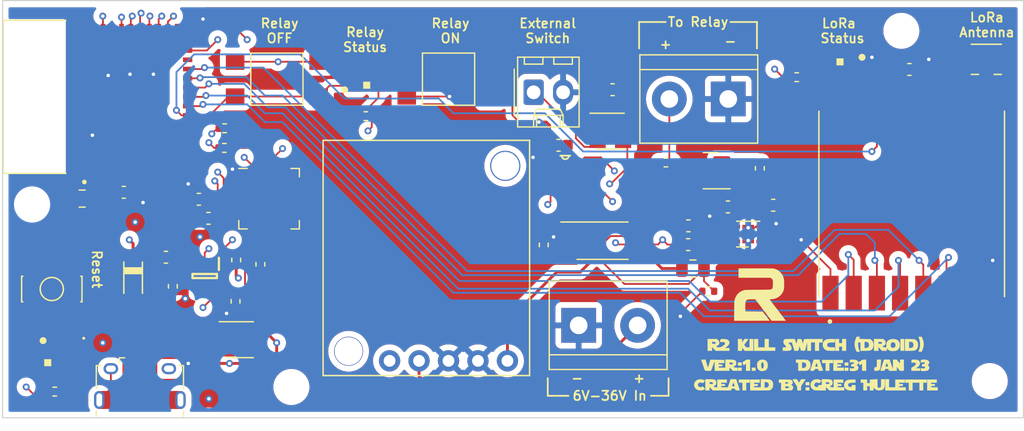
<source format=kicad_pcb>
(kicad_pcb (version 20211014) (generator pcbnew)
  (title_block (title "Kill Switch - Remote") (date "2023-01-18") (rev "1.0") (company "Created by: Greg Hulette") (comment 1 "- Creates WiFi Network for Remote Web Access") (comment 2 "- WiFi to LoRa Bridge") (comment 3 "- Buttons for Master Relay"))
  (layers (0 "F.Cu" signal) (1 "In1.Cu" signal) (2 "In2.Cu" signal) (31 "B.Cu" signal) (34 "B.Paste" user) (35 "F.Paste" user) (36 "B.SilkS" user "B.Silkscreen") (37 "F.SilkS" user "F.Silkscreen") (38 "B.Mask" user) (39 "F.Mask" user) (44 "Edge.Cuts" user))
  (net 0 "")
  (net 1 "+3V3")
  (net 2 "GND")
  (net 3 "RESET")
  (net 4 "Net-(C6-Pad2)")
  (net 5 "VBUS")
  (net 6 "+5V")
  (net 7 "Net-(D1-PadA)")
  (net 8 "USB_DP")
  (net 9 "USB_DN")
  (net 10 "Net-(J5-Pad2)")
  (net 12 "unconnected-(J1-Pad6)")
  (net 13 "RELAY_CONTROL")
  (net 14 "Net-(J3-Pad2)")
  (net 16 "Net-(L1-Pad3)")
  (net 18 "Net-(L2-Pad3)")
  (net 20 "Net-(L3-Pad3)")
  (net 21 "DTR")
  (net 22 "RTS")
  (net 23 "GPIO0")
  (net 24 "Net-(R2-Pad1)")
  (net 25 "RXD0")
  (net 26 "Net-(R3-Pad1)")
  (net 27 "TXD0")
  (net 28 "Net-(R4-Pad2)")
  (net 29 "Net-(R6-Pad1)")
  (net 30 "Net-(R9-Pad1)")
  (net 31 "RELAY_LED_DATA")
  (net 32 "EXT_SW_OUT")
  (net 35 "VIN")
  (net 36 "STATUS_LED_DATA")
  (net 46 "DI0_LORA")
  (net 47 "RESET_LORA")
  (net 48 "SCK_LORA")
  (net 49 "MISO_LORA")
  (net 50 "MOSI_LORA")
  (net 51 "NSS_LORA")
  (net 54 "OFF_SW_OUT")
  (net 55 "ON_SW_OUT")
  (net 81 "LORA_LED_DATA")
  (net 83 "Net-(S2-Pad1)")
  (net 84 "Net-(S3-Pad1)")
  (net 85 "Net-(J4-Pad1)")
  (footprint "Resistor_SMD:R_0402_1005Metric" (layer "F.Cu") (at 51.142 63.02 180)
    (fp_text reference "R3")
    (fp_text value "1K" hide)
  )
  (footprint "Resistor_SMD:R_0402_1005Metric" (layer "F.Cu") (at 100.454 58.61 180)
    (fp_text reference "R14")
    (fp_text value "470" hide)
  )
  (footprint "Capacitor_SMD:C_0603_1608Metric" (layer "F.Cu") (at 46.082 74.148 180)
    (fp_text reference "C3")
    (fp_text value ".1uF" hide)
  )
  (footprint "Resistor_SMD:R_0402_1005Metric" (layer "F.Cu") (at 52.082 77.952 -90)
    (fp_text reference "R5")
    (fp_text value "47.5K" hide)
  )
  (footprint "Resistor_SMD:R_0402_1005Metric" (layer "F.Cu") (at 97.274 66.478 90)
    (fp_text reference "R7")
    (fp_text value "10K" hide)
  )
  (footprint "Package_SO:TSSOP-8_4.4x3mm_P0.65mm" (layer "F.Cu") (at 83.718 72.722)
    (fp_text reference "U4")
    (fp_text value "TPS2115APW" hide)
  )
  (footprint "Package_SON:WSON-6-1EP_2x2mm_P0.65mm_EP1x1.6mm_ThermalVias" (layer "F.Cu") (at 96.272 72.152 180)
    (fp_text reference "U3")
    (fp_text value "LP5912-3.3DRV" hide)
  )
  (footprint "Package_TO_SOT_SMD:SOT-23" (layer "F.Cu") (at 93.048 66.682 180)
    (fp_text reference "Q3")
    (fp_text value "BSS138" hide)
  )
  (footprint "Capacitor_SMD:C_0603_1608Metric" (layer "F.Cu") (at 48.92 69.146 180)
    (fp_text reference "C5")
    (fp_text value ".1uF" hide)
  )
  (footprint "Resistor_SMD:R_0402_1005Metric" (layer "F.Cu") (at 46.678 76.66 90)
    (fp_text reference "R1")
    (fp_text value "10K" hide)
  )
  (footprint "Resistor_SMD:R_0402_1005Metric" (layer "F.Cu") (at 92.832 77.086 180)
    (fp_text reference "R10")
    (fp_text value "400" hide)
  )
  (footprint "Package_DFN_QFN:QFN-28-1EP_5x5mm_P0.5mm_EP3.35x3.35mm" (layer "F.Cu") (at 54.974 69.098)
    (fp_text reference "U2")
    (fp_text value "CP2102N-A02-GQFN28" hide)
  )
  (footprint "Custom:TL3305CF260QG" (layer "F.Cu") (at 55.647 58.779)
    (fp_text reference "S3")
    (fp_text value "TL3305CF260QG" hide)
  )
  (footprint "Custom:HRS_U.FL-R-SMT-1(10)" (layer "F.Cu") (at 116.798 57.072)
    (fp_text reference "J3")
    (fp_text value "U.FL-R-SMT-1(10)" hide)
  )
  (footprint "MountingHole:MountingHole_2.1mm" (layer "F.Cu") (at 109.474 54.61)
    (fp_text reference "REF**" hide)
    (fp_text value "MountingHole_2.1mm" hide)
  )
  (footprint "Custom:MODULE_ESP32-PICO-MINI-02" (layer "F.Cu") (at 43.055 60.308 90)
    (fp_text reference "U1")
    (fp_text value "ESP32-PICO-MINI-02" hide)
  )
  (footprint "Capacitor_SMD:C_0603_1608Metric" (layer "F.Cu") (at 91.116 71.438)
    (fp_text reference "C9")
    (fp_text value ".1uF" hide)
  )
  (footprint "Resistor_SMD:R_0402_1005Metric" (layer "F.Cu") (at 63.314 61.974)
    (fp_text reference "R17")
    (fp_text value "470" hide)
  )
  (footprint "Custom:SOT65P230X110-6N" (layer "F.Cu") (at 49.423 75.77 -90)
    (fp_text reference "Q2")
    (fp_text value "UMH3N" hide)
  )
  (footprint "Package_TO_SOT_SMD:SOT-143" (layer "F.Cu") (at 52.424 81.264)
    (fp_text reference "D2")
    (fp_text value "SP0503BAHTG" hide)
  )
  (footprint "Custom:SOT95P280X145-6N" (layer "F.Cu") (at 80.5054 66.8818)
    (fp_text reference "U6")
    (fp_text value "MAX6817EUT+T" hide)
  )
  (footprint "Package_TO_SOT_SMD:SOT-143" (layer "F.Cu") (at 84.39 63.272)
    (fp_text reference "U8")
    (fp_text value "MAX6816" hide)
  )
  (footprint "Capacitor_SMD:C_0603_1608Metric" (layer "F.Cu") (at 94.526 69.808)
    (fp_text reference "C6")
    (fp_text value "1uF" hide)
  )
  (footprint "Custom:TL3305CF260QG" (layer "F.Cu") (at 70.441332 58.779)
    (fp_text reference "S2")
    (fp_text value "TL3305CF260QG" hide)
  )
  (footprint "Capacitor_SMD:C_0603_1608Metric" (layer "F.Cu") (at 91.096 73.058)
    (fp_text reference "C12")
    (fp_text value ".1uF" hide)
  )
  (footprint "Custom:SW_TL3342F160QG" (layer "F.Cu") (at 36.2445 76.8905 90)
    (fp_text reference "S1")
    (fp_text value "TL3342F160QG" hide)
  )
  (footprint "Capacitor_SMD:C_0603_1608Metric" (layer "F.Cu") (at 84.582 59.69)
    (fp_text reference "C13")
    (fp_text value ".1uF" hide)
  )
  (footprint "MountingHole:MountingHole_2.1mm" (layer "F.Cu") (at 34.544 69.596)
    (fp_text reference "REF**" hide)
    (fp_text value "MountingHole_2.1mm" hide)
  )
  (footprint "Capacitor_SMD:C_0805_2012Metric" (layer "F.Cu") (at 91.512 75.122)
    (fp_text reference "C8")
    (fp_text value "10uF" hide)
  )
  (footprint "TerminalBlock:TerminalBlock_bornier-2_P5.08mm" (layer "F.Cu") (at 81.66 80.028)
    (fp_text reference "J2")
    (fp_text value "Power In" hide)
  )
  (footprint "Resistor_SMD:R_0402_1005Metric" (layer "F.Cu") (at 36.496 85.742)
    (fp_text reference "R16")
    (fp_text value "470" hide)
  )
  (footprint "Resistor_SMD:R_0402_1005Metric" (layer "F.Cu") (at 52.14 74.388 90)
    (fp_text reference "R4")
    (fp_text value "22.1K" hide)
  )
  (footprint "Capacitor_SMD:C_0603_1608Metric" (layer "F.Cu") (at 49.746 70.792 180)
    (fp_text reference "C4")
    (fp_text value "4.7uF" hide)
  )
  (footprint "Capacitor_SMD:C_0805_2012Metric" (layer "F.Cu") (at 38.862 69.088 180)
    (fp_text reference "C1")
    (fp_text value "10uF" hide)
  )
  (footprint "Resistor_SMD:R_0402_1005Metric" (layer "F.Cu") (at 78.648 73.084 90)
    (fp_text reference "R9")
    (fp_text value "400" hide)
  )
  (footprint "TerminalBlock:TerminalBlock_bornier-2_P5.08mm" (layer "F.Cu") (at 94.554 60.494 180)
    (fp_text reference "J5")
    (fp_text value "Output" hide)
  )
  (footprint "Capacitor_SMD:C_0603_1608Metric" (layer "F.Cu") (at 79.922 64.488)
    (fp_text reference "C11")
    (fp_text value ".1uF" hide)
  )
  (footprint "Custom:RFM95W-915S2" (layer "F.Cu") (at 110.365 69.546 90)
    (fp_text reference "U5")
    (fp_text value "RFM95W-915S2" hide)
  )
  (footprint "Custom:WS2812B-2020" (layer "F.Cu") (at 104.185 57.891)
    (fp_text reference "L1")
    (fp_text value "WS2812B-2020" hide)
  )
  (footprint "MountingHole:MountingHole_2.1mm" (layer "F.Cu") (at 117.094 84.836)
    (fp_text reference "REF**" hide)
    (fp_text value "MountingHole_2.1mm" hide)
  )
  (footprint "Capacitor_SMD:C_0603_1608Metric" (layer "F.Cu") (at 98.428 69.66 180)
    (fp_text reference "C7")
    (fp_text value "1uF" hide)
  )
  (footprint "Logos:DroidKillSwitchLogo" (layer "F.Cu") (at 102.108 83.312)
    (fp_text reference "G***")
    (fp_text value "LOGO" hide)
  )
  (footprint "Resistor_SMD:R_0402_1005Metric" (layer "F.Cu") (at 51.12 64.714 180)
    (fp_text reference "R2")
    (fp_text value "1K" hide)
  )
  (footprint "Resistor_SMD:R_0402_1005Metric" (layer "F.Cu") (at 89.178 65.972)
    (fp_text reference "R8")
    (fp_text value "10K" hide)
  )
  (footprint "Custom:SOD3716X135N" (layer "F.Cu") (at 43.2545 75.9125 -90)
    (fp_text reference "D1")
    (fp_text value "B5819W-TP" hide)
  )
  (footprint "MountingHole:MountingHole_2.1mm" (layer "F.Cu") (at 56.896 85.344)
    (fp_text reference "REF**" hide)
    (fp_text value "MountingHole_2.1mm" hide)
  )
  (footprint "Capacitor_SMD:C_0603_1608Metric" (layer "F.Cu") (at 42.452 68.546)
    (fp_text reference "C2")
    (fp_text value ".1uF" hide)
  )
  (footprint "Connector_USB:USB_Micro-B_Amphenol_10118194_Horizontal" (layer "F.Cu") (at 43.836 85.166)
    (fp_text reference "J1")
    (fp_text value "USB_B_Micro" hide)
  )
  (footprint "Resistor_SMD:R_0402_1005Metric" (layer "F.Cu") (at 54.224 74.758 -90)
    (fp_text reference "R6")
    (fp_text value "1K" hide)
  )
  (footprint "Custom:WS2812B-2020" (layer "F.Cu") (at 36.495 83.245 90)
    (fp_text reference "L2")
    (fp_text value "WS2812B-2020" hide)
  )
  (footprint "Pololu:VoltageREG_2851" (layer "F.Cu") (at 68.53 74.21 90)
    (fp_text reference "U7")
    (fp_text value "D24V550F5_Step_Down_Regulator" hide)
  )
  (footprint "Custom:WS2812B-2020" (layer "F.Cu") (at 63.386666 58.704 180)
    (fp_text reference "L3")
    (fp_text value "WS2812B-2020" hide)
  )
  (footprint "Connector_Molex:Molex_KK-254_AE-6410-02A_1x02_P2.54mm_Vertical" (layer "F.Cu") (at 77.776 59.914)
    (fp_text reference "J4")
    (fp_text value "External Switch In" hide)
  )
  (footprint "Logos:R2_Logo_V2" (layer "F.Cu") (at 97.282 77.724)
    (fp_text reference "G***")
    (fp_text value "LOGO" hide)
  )
  (footprint "Capacitor_SMD:C_0603_1608Metric" (layer "F.Cu") (at 110.166 57.946)
    (fp_text reference "C10")
    (fp_text value ".1uF" hide)
  )
  (gr_line (start 86.868 53.848) (end 89.154 53.848) (layer "F.SilkS") (width 0.15))
  (gr_line (start 86.868 56.134) (end 86.868 53.848) (layer "F.SilkS") (width 0.15))
  (gr_line (start 78.994 84.582) (end 78.994 86.106) (layer "F.SilkS") (width 0.15))
  (gr_line (start 87.884 86.106) (end 89.408 86.106) (layer "F.SilkS") (width 0.15))
  (gr_line (start 78.994 86.106) (end 80.772 86.106) (layer "F.SilkS") (width 0.15))
  (gr_line (start 89.408 86.106) (end 89.408 84.582) (layer "F.SilkS") (width 0.15))
  (gr_line (start 97.028 53.848) (end 97.028 56.134) (layer "F.SilkS") (width 0.15))
  (gr_line (start 94.742 53.848) (end 97.028 53.848) (layer "F.SilkS") (width 0.15))
  (gr_line (start 32 52) (end 120 52) (layer "Edge.Cuts") (width 0.1))
  (gr_line (start 120 88) (end 32 88) (layer "Edge.Cuts") (width 0.1))
  (gr_line (start 32 88) (end 32 52) (layer "Edge.Cuts") (width 0.1))
  (gr_line (start 120 52) (end 120 88) (layer "Edge.Cuts") (width 0.1))
  (gr_text "LoRa \nStatus" (at 104.394 54.61) (layer "F.SilkS") (effects (font (size 0.8 0.8))))
  (gr_text "To Relay" (at 91.948 53.848) (layer "F.SilkS") (effects (font (size 0.8 0.8))))
  (gr_text "6V-36V In" (at 84.328 86.106) (layer "F.SilkS") (effects (font (size 0.8 0.8))))
  (gr_text "-" (at 81.534 84.582) (layer "F.SilkS") (effects (font (size 0.8 0.8))))
  (gr_text "+" (at 89.154 55.88 180) (layer "F.SilkS") (effects (font (size 0.8 0.8))))
  (gr_text "LoRa\nAntenna" (at 116.84 54.102) (layer "F.SilkS") (effects (font (size 0.8 0.8))))
  (gr_text "-" (at 94.742 55.626 180) (layer "F.SilkS") (effects (font (size 0.8 0.8))))
  (gr_text "+" (at 86.868 84.582) (layer "F.SilkS") (effects (font (size 0.8 0.8))))
  (gr_text "Relay\nStatus" (at 63.246 55.372) (layer "F.SilkS") (effects (font (size 0.8 0.8))))
  (gr_text "Relay\nOFF" (at 55.88 54.61) (layer "F.SilkS") (effects (font (size 0.8 0.8))))
  (gr_text "External\nSwitch" (at 78.994 54.61) (layer "F.SilkS") (effects (font (size 0.8 0.8))))
  (gr_text "Relay\nON" (at 70.612 54.61) (layer "F.SilkS") (effects (font (size 0.8 0.8))))
  (gr_text "Reset" (at 40.132 75.184 270) (layer "F.SilkS") (effects (font (size 0.8 0.8))))
  (segment (start 52.524 70.598) (end 51.548 70.598) (width 0.25) (layer "F.Cu") (net 1))
  (segment (start 40.655 68.245) (end 39.812 69.088) (width 0.25) (layer "F.Cu") (net 1))
  (segment (start 51.548 70.598) (end 50.715 70.598) (width 0.25) (layer "F.Cu") (net 1))
  (segment (start 81.7754 66.8818) (end 80.865 66.8818) (width 0.25) (layer "F.Cu") (net 1))
  (segment (start 40.655 66.208) (end 40.655 68.245) (width 0.25) (layer "F.Cu") (net 1))
  (segment (start 51.81 70.098) (end 52.524 70.098) (width 0.25) (layer "F.Cu") (net 1))
  (segment (start 97.948 72.802) (end 98.298 73.152) (width 0.1524) (layer "F.Cu") (net 1))
  (segment (start 80.865 66.8818) (end 80.697 66.7138) (width 0.25) (layer "F.Cu") (net 1))
  (segment (start 40.655 66.208) (end 40.655 67.524) (width 0.25) (layer "F.Cu") (net 1))
  (segment (start 97.1595 72.802) (end 97.948 72.802) (width 0.1524) (layer "F.Cu") (net 1))
  (segment (start 40.655 67.524) (end 41.677 68.546) (width 0.25) (layer "F.Cu") (net 1))
  (segment (start 51.548 70.598) (end 51.548 70.36) (width 0.25) (layer "F.Cu") (net 1))
  (segment (start 51.302 70.098) (end 51.81 70.098) (width 0.25) (layer "F.Cu") (net 1))
  (segment (start 51.548 70.36) (end 51.81 70.098) (width 0.25) (layer "F.Cu") (net 1))
  (segment (start 80.865 66.8818) (end 80.518 67.2288) (width 0.25) (layer "F.Cu") (net 1))
  (segment (start 80.697 66.7138) (end 80.697 64.488) (width 0.25) (layer "F.Cu") (net 1))
  (segment (start 50.715 70.598) (end 50.521 70.792) (width 0.25) (layer "F.Cu") (net 1))
  (segment (start 80.518 67.2288) (end 80.518 68.326) (width 0.25) (layer "F.Cu") (net 1))
  (segment (start 49.695 69.146) (end 50.35 69.146) (width 0.25) (layer "F.Cu") (net 1))
  (segment (start 50.35 69.146) (end 51.302 70.098) (width 0.25) (layer "F.Cu") (net 1))
  (via (at 47.752 77.724) (size 0.6) (drill 0.3) (layers "F.Cu" "B.Cu") (net 1))
  (via (at 43.434 71.12) (size 0.6) (drill 0.3) (layers "F.Cu" "B.Cu") (net 1))
  (via (at 49.784 86.36) (size 0.6) (drill 0.3) (layers "F.Cu" "B.Cu") (net 1))
  (via (at 40.64 81.534) (size 0.6) (drill 0.3) (layers "F.Cu" "B.Cu") (net 1))
  (via (at 49.022 72.39) (size 0.6) (drill 0.3) (layers "F.Cu" "B.Cu") (net 1))
  (segment (start 117.365 74.439) (end 117.348 74.422) (width 0.1524) (layer "F.Cu") (net 2))
  (segment (start 48.005 67.819) (end 48.005 69.006) (width 0.25) (layer "F.Cu") (net 2))
  (segment (start 88.838 75.122) (end 90.562 75.122) (width 0.25) (layer "F.Cu") (net 2))
  (segment (start 118.273 56.043) (end 117.856 55.626) (width 0.1524) (layer "F.Cu") (net 2))
  (segment (start 78.325 66.8818) (end 77.724 66.2808) (width 0.25) (layer "F.Cu") (net 2))
  (segment (start 115.365 57.114) (end 115.323 57.072) (width 0.1524) (layer "F.Cu") (net 2))
  (segment (start 37.912 70.038) (end 37.912 69.088) (width 0.25) (layer "F.Cu") (net 2))
  (segment (start 100.838 72.644) (end 99.203 71.009) (width 0.1524) (layer "F.Cu") (net 2))
  (segment (start 91.871 73.229) (end 91.871 73.058) (width 0.25) (layer "F.Cu") (net 2))
  (segment (start 60.172 59.354) (end 62.371666 59.354) (width 0.1524) (layer "F.Cu") (net 2))
  (segment (start 90.424 79.248) (end 90.424 78.984) (width 0.1524) (layer "F.Cu") (net 2))
  (segment (start 96.922 71.502) (end 97.1595 71.502) (width 0.1524) (layer "F.Cu") (net 2))
  (segment (start 34.3445 73.6055) (end 37.912 70.038) (width 0.25) (layer "F.Cu") (net 2))
  (segment (start 83.583 59.914) (end 80.316 59.914) (width 0.25) (layer "F.Cu") (net 2))
  (segment (start 46.255 63.508) (end 45.005 62.258) (width 0.1524) (layer "F.Cu") (net 2))
  (segment (start 34.3445 80.7295) (end 34.3445 73.6055) (width 0.25) (layer "F.Cu") (net 2))
  (segment (start 51.816 68.268315) (end 51.816 66.548) (width 0.1524) (layer "F.Cu") (net 2))
  (segment (start 45.136 83.766) (end 45.136 83.291) (width 0.25) (layer "F.Cu") (net 2))
  (segment (start 103.365 77.246) (end 103.365 75.171) (width 0.1524) (layer "F.Cu") (net 2))
  (segment (start 45.623 82.804) (end 47.498 82.804) (width 0.25) (layer "F.Cu") (net 2))
  (segment (start 37.912 66.451) (end 38.105 66.258) (width 0.25) (layer "F.Cu") (net 2))
  (segment (start 45.307 74.148) (end 45.307 70.626) (width 0.25) (layer "F.Cu") (net 2))
  (segment (start 78.867 62.484) (end 78.232 62.484) (width 0.25) (layer "F.Cu") (net 2))
  (segment (start 37.912 69.088) (end 37.912 66.451) (width 0.25) (layer "F.Cu") (net 2))
  (segment (start 79.2354 66.8818) (end 78.325 66.8818) (width 0.25) (layer "F.Cu") (net 2))
  (segment (start 39.805 66.258) (end 39.855 66.208) (width 0.25) (layer "F.Cu") (net 2))
  (segment (start 98.679 71.247) (end 99.203 70.723) (width 0.1524) (layer "F.Cu") (net 2))
  (segment (start 52.145685 68.598) (end 51.816 68.268315) (width 0.1524) (layer "F.Cu") (net 2))
  (segment (start 93.751 69.808) (end 92.9555 70.6035) (width 0.1524) (layer "F.Cu") (net 2))
  (segment (start 51.324 79.01) (end 51.324 80.494) (width 0.25) (layer "F.Cu") (net 2))
  (segment (start 99.203 70.723) (end 99.203 69.66) (width 0.1524) (layer "F.Cu") (net 2))
  (segment (start 47.498 82.804) (end 48.006 83.312) (width 0.25) (layer "F.Cu") (net 2))
  (segment (start 103.365 75.171) (end 100.838 72.644) (width 0.1524) (layer "F.Cu") (net 2))
  (segment (start 47.955 63.508) (end 46.255 63.508) (width 0.1524) (layer "F.Cu") (net 2))
  (segment (start 48.252 63.508) (end 51.481 60.279) (width 0.1524) (layer "F.Cu") (net 2))
  (segment (start 59.247 60.279) (end 60.172 59.354) (width 0.1524) (layer "F.Cu") (net 2))
  (segment (start 38.105 54.358) (end 38.105 66.258) (width 0.25) (layer "F.Cu") (net 2))
  (segment (start 83.807 59.69) (end 83.583 59.914) (width 0.25) (layer "F.Cu") (net 2))
  (segment (start 52.047 60.279) (end 59.247 60.279) (width 0.1524) (layer "F.Cu") (net 2))
  (segment (start 115.365 61.846) (end 115.365 57.114) (width 0.1524) (layer "F.Cu") (net 2))
  (segment (start 39.055 66.208) (end 39.055 64.308) (width 0.25) (layer "F.Cu") (net 2))
  (segment (start 45.307 70.626) (end 44.1095 69.4285) (width 0.25) (layer "F.Cu") (net 2))
  (segment (start 35.845 82.23) (end 34.3445 80.7295) (width 0.25) (layer "F.Cu") (net 2))
  (segment (start 117.365 77.246) (end 117.365 74.439) (width 0.1524) (layer "F.Cu") (net 2))
  (segment (start 111.815 57.072) (end 110.941 57.946) (width 0.1524) (layer "F.Cu") (net 2))
  (segment (start 48.971 69.972) (end 48.971 70.792) (width 0.25) (layer "F.Cu") (net 2))
  (segment (start 106.589 57.241) (end 106.934 56.896) (width 0.1524) (layer "F.Cu") (net 2))
  (segment (start 92.9555 70.6035) (end 92.121 71.438) (width 0.1524) (layer "F.Cu") (net 2))
  (segment (start 105.2 57.241) (end 106.589 57.241) (width 0.1524) (layer "F.Cu") (net 2))
  (segment (start 51.308 78.994) (end 51.324 79.01) (width 0.25) (layer "F.Cu") (net 2))
  (segment (start 51.481 60.279) (end 52.047 60.279) (width 0.1524) (layer "F.Cu") (net 2))
  (segment (start 90.562 74.538) (end 91.871 73.229) (width 0.25) (layer "F.Cu") (net 2))
  (segment (start 41.105 62.258) (end 41.105 58.463) (width 0.25) (layer "F.Cu") (net 2))
  (segment (start 99.203 71.009) (end 99.203 69.66) (width 0.1524) (layer "F.Cu") (net 2))
  (segment (start 45.005 62.258) (end 41.105 62.258) (width 0.25) (layer "F.Cu") (net 2))
  (segment (start 51.84 78.462) (end 51.308 78.994) (width 0.25) (layer "F.Cu") (net 2))
  (segment (start 44.1095 69.4285) (end 43.227 68.546) (width 0.25) (layer "F.Cu") (net 2))
  (segment (start 45.005 58.358) (end 45.005 62.258) (width 0.25) (layer "F.Cu") (net 2))
  (segment (start 79.495 72.397) (end 80.8555 72.397) (width 0.25) (layer "F.Cu") (net 2))
  (segment (start 43.055 62.258) (end 43.055 58.358) (width 0.25) (layer "F.Cu") (net 2))
  (segment (start 41.105 58.358) (end 42.988 58.358) (width 0.25) (layer "F.Cu") (net 2))
  (segment (start 66.841332 60.279) (end 70.531 60.279) (width 0.1524) (layer "F.Cu") (net 2))
  (segment (start 38.105 66.258) (end 39.805 66.258) (width 0.25) (layer "F.Cu") (net 2))
  (segment (start 111.838 57.072) (end 111.815 57.072) (width 0.1524) (layer "F.Cu") (net 2))
  (segment (start 48.512 54.358) (end 49.276 53.594) (width 0.1524) (layer "F.Cu") (net 2))
  (segment (start 48.005 69.006) (end 48.971 69.972) (width 0.25) (layer "F.Cu") (net 2))
  (segment (start 45.005 60.308) (end 41.105 60.308) (width 0.25) (layer "F.Cu") (net 2))
  (segment (start 48.005 66.258) (end 48.005 67.819) (width 0.25) (layer "F.Cu") (net 2))
  (segment (start 98.424 71.502) (end 98.679 71.247) (width 0.1524) (layer "F.Cu") (net 2))
  (segment (start 115.5166 55.626) (end 115.323 55.8196) (width 0.1524) (layer "F.Cu") (net 2))
  (segment (start 83.29 60.207) (end 83.29 62.502) (width 0.25) (layer "F.Cu") (net 2))
  (segment (start 118.273 57.072) (end 118.273 56.043) (width 0.1524) (layer "F.Cu") (net 2))
  (segment (start 115.323 57.072) (end 111.838 57.072) (width 0.1524) (layer "F.Cu") (net 2))
  (segment (start 52.524 68.598) (end 54.474 68.598) (width 0.1524) (layer "F.Cu") (net 2))
  (segment (start 78.825 72.397) (end 79.495 72.397) (width 0.25) (layer "F.Cu") (net 2))
  (segment (start 70.531 60.279) (end 74.041332 60.279) (width 0.1524) (layer "F.Cu") (net 2))
  (segment (start 95.3845 72.152) (end 96.272 72.152) (width 0.1524) (layer "F.Cu") (net 2))
  (segment (start 47.055 66.208) (end 47.955 66.208) (width 0.1524) (layer "F.Cu") (net 2))
  (segment (start 54.474 68.598) (end 54.974 69.098) (width 0.1524) (layer "F.Cu") (net 2))
  (segment (start 115.323 55.8196) (end 115.323 57.072) (width 0.1524) (layer "F.Cu") (net 2))
  (segment (start 91.891 71.438) (end 91.891 73.038) (width 0.25) (layer "F.Cu") (net 2))
  (segment (start 97.1595 71.502) (end 98.424 71.502) (width 0.1524) (layer "F.Cu") (net 2))
  (segment (start 90.562 75.122) (end 90.562 74.538) (width 0.25) (layer "F.Cu") (net 2))
  (segment (start 79.147 62.764) (end 78.867 62.484) (width 0.25) (layer "F.Cu") (net 2))
  (segment (start 48.005 54.358) (end 48.512 54.358) (width 0.1524) (layer "F.Cu") (net 2))
  (segment (start 47.955 63.508) (end 48.252 63.508) (width 0.1524) (layer "F.Cu") (net 2))
  (segment (start 39.7435 63.6195) (end 41.105 62.258) (width 0.25) (layer "F.Cu") (net 2))
  (segment (start 77.724 66.2808) (end 77.724 65.532) (width 0.25) (layer "F.Cu") (net 2))
  (segment (start 41.105 58.463) (end 41.105 58.358) (width 0.25) (layer "F.Cu") (net 2))
  (segment (start 47.955 66.208) (end 48.005 66.258) (width 0.1524) (layer "F.Cu") (net 2))
  (segment (start 39.055 64.308) (end 39.7435 63.6195) (width 0.25) (layer "F.Cu") (net 2))
  (segment (start 96.272 72.152) (end 96.922 71.502) (width 0.1524) (layer "F.Cu") (net 2))
  (segment (start 90.424 78.984) (end 92.322 77.086) (width 0.1524) (layer "F.Cu") (net 2))
  (segment (start 91.891 73.038) (end 91.871 73.058) (width 0.25) (layer "F.Cu") (net 2))
  (segment (start 45.136 83.291) (end 45.623 82.804) (width 0.25) (layer "F.Cu") (net 2))
  (segment (start 86.5805 73.697) (end 87.413 73.697) (width 0.25) (layer "F.Cu") (net 2))
  (segment (start 79.147 64.488) (end 79.147 62.764) (width 0.25) (layer "F.Cu") (net 2))
  (segment (start 83.807 59.69) (end 83.29 60.207) (width 0.25) (layer "F.Cu") (net 2))
  (segment (start 52.524 68.598) (end 52.145685 68.598) (width 0.1524) (layer "F.Cu") (net 2))
  (segment (start 87.413 73.697) (end 88.838 75.122) (width 0.25) (layer "F.Cu") (net 2))
  (segment (start 42.988 58.358) (end 45.005 58.358) (width 0.25) (layer "F.Cu") (net 2))
  (segment (start 92.121 71.438) (end 91.891 71.438) (width 0.1524) (layer "F.Cu") (net 2))
  (segment (start 117.856 55.626) (end 115.5166 55.626) (width 0.1524) (layer "F.Cu") (net 2))
  (segment (start 78.648 72.574) (end 78.825 72.397) (width 0.25) (layer "F.Cu") (net 2))
  (segment (start 52.082 78.462) (end 51.84 78.462) (width 0.25) (layer "F.Cu") (net 2))
  (via (at 100.838 72.644) (size 0.6) (drill 0.3) (layers "F.Cu" "B.Cu") (net 2))
  (via (at 41.105 58.463) (size 0.6) (drill 0.3) (layers "F.Cu" "B.Cu") (net 2))
  (via (at 106.934 56.896) (size 0.6) (drill 0.3) (layers "F.Cu" "B.Cu") (net 2))
  (via (at 44.1095 69.4285) (size 0.6) (drill 0.3) (layers "F.Cu" "B.Cu") (net 2))
  (via (at 48.006 83.312) (size 0.6) (drill 0.3) (layers "F.Cu" "B.Cu") (net 2))
  (via (at 78.232 62.484) (size 0.6) (drill 0.3) (layers "F.Cu" "B.Cu") (net 2))
  (via (at 92.9555 70.6035) (size 0.6) (drill 0.3) (layers "F.Cu" "B.Cu") (net 2))
  (via (at 79.495 72.397) (size 0.6) (drill 0.3) (layers "F.Cu" "B.Cu") (net 2))
  (via (at 51.816 66.548) (size 0.6) (drill 0.3) (layers "F.Cu" "B.Cu") (net 2))
  (via (at 77.724 65.532) (size 0.6) (drill 0.3) (layers "F.Cu" "B.Cu") (net 2))
  (via (at 48.005 67.819) (size 0.6) (drill 0.3) (layers "F.Cu" "B.Cu") (net 2))
  (via (at 98.679 71.247) (size 0.6) (drill 0.3) (layers "F.Cu" "B.Cu") (net 2))
  (via (at 70.531 60.279) (size 0.6) (drill 0.3) (layers "F.Cu" "B.Cu") (net 2))
  (via (at 49.276 53.594) (size 0.6) (drill 0.3) (layers "F.Cu" "B.Cu") (net 2))
  (via (at 90.424 79.248) (size 0.6) (drill 0.3) (layers "F.Cu" "B.Cu") (net 2))
  (via (at 117.348 74.422) (size 0.6) (drill 0.3) (layers "F.Cu" "B.Cu") (net 2))
  (via (at 111.838 57.072) (size 0.6) (drill 0.3) (layers "F.Cu" "B.Cu") (net 2))
  (via (at 51.308 78.994) (size 0.6) (drill 0.3) (layers "F.Cu" "B.Cu") (net 2))
  (via (at 45.005 58.358) (size 0.6) (drill 0.3) (layers "F.Cu" "B.Cu") (net 2))
  (via (at 42.988 58.358) (size 0.6) (drill 0.3) (layers "F.Cu" "B.Cu") (net 2))
  (via (at 39.7435 63.6195) (size 0.6) (drill 0.3) (layers "F.Cu" "B.Cu") (net 2))
  (segment (start 46.228 75.946) (end 46.857 75.317) (width 0.25) (layer "F.Cu") (net 3))
  (segment (start 41.91 76.275) (end 41.91 75.946) (width 0.25) (layer "F.Cu") (net 3))
  (segment (start 46.857 74.148) (end 46.857 75.317) (width 0.25) (layer "F.Cu") (net 3))
  (segment (start 38.1445 80.0405) (end 41.91 76.275) (width 0.25) (layer "F.Cu") (net 3))
  (segment (start 46.857 70.225) (end 46.857 74.148) (width 0.25) (layer "F.Cu") (net 3))
  (segment (start 38.1445 73.7405) (end 40.35 75.946) (width 0.25) (layer "F.Cu") (net 3))
  (segment (start 44.655 68.023) (end 46.857 70.225) (width 0.25) (layer "F.Cu") (net 3))
  (segment (start 48.201 74.148) (end 48.773 74.72) (width 0.25) (layer "F.Cu") (net 3))
  (segment (start 46.857 75.317) (end 46.857 75.971) (width 0.25) (layer "F.Cu") (net 3))
  (segment (start 46.857 75.971) (end 46.678 76.15) (width 0.25) (layer "F.Cu") (net 3))
  (segment (start 40.35 75.946) (end 41.91 75.946) (width 0.25) (layer "F.Cu") (net 3))
  (segment (start 41.91 75.946) (end 46.228 75.946) (width 0.25) (layer "F.Cu") (net 3))
  (segment (start 46.857 74.148) (end 48.201 74.148) (width 0.25) (layer "F.Cu") (net 3))
  (segment (start 44.655 66.208) (end 44.655 68.023) (width 0.25) (layer "F.Cu") (net 3))
  (segment (start 94.234 70.875) (end 95.301 69.808) (width 0.1524) (layer "F.Cu") (net 4))
  (segment (start 86.505789 72.322289) (end 84.395711 72.322289) (width 0.1524) (layer "F.Cu") (net 4))
  (segment (start 85.598 76.454) (end 91.13 76.454) (width 0.1524) (layer "F.Cu") (net 4))
  (segment (start 93.342 77.086) (end 92.462 76.206) (width 0.1524) (layer "F.Cu") (net 4))
  (segment (start 86.5805 72.397) (end 86.505789 72.322289) (width 0.1524) (layer "F.Cu") (net 4))
  (segment (start 94.868 71.502) (end 94.234 72.136) (width 0.1524) (layer "F.Cu") (net 4))
  (segment (start 91.13 76.454) (end 92.462 75.122) (width 0.1524) (layer "F.Cu") (net 4))
  (segment (start 84.395711 72.322289) (end 83.566 73.152) (width 0.1524) (layer "F.Cu") (net 4))
  (segment (start 94.646 72.938) (end 92.462 75.122) (width 0.1524) (layer "F.Cu") (net 4))
  (segment (start 94.234 72.39) (end 94.234 72.136) (width 0.1524) (layer "F.Cu") (net 4))
  (segment (start 94.646 72.802) (end 94.646 72.938) (width 0.1524) (layer "F.Cu") (net 4))
  (segment (start 92.462 76.206) (end 92.462 75.122) (width 0.1524) (layer "F.Cu") (net 4))
  (segment (start 83.566 73.152) (end 83.566 74.422) (width 0.1524) (layer "F.Cu") (net 4))
  (segment (start 95.3845 72.802) (end 94.646 72.802) (width 0.1524) (layer "F.Cu") (net 4))
  (segment (start 94.234 72.136) (end 94.234 70.875) (width 0.1524) (layer "F.Cu") (net 4))
  (segment (start 94.646 72.802) (end 94.234 72.39) (width 0.1524) (layer "F.Cu") (net 4))
  (segment (start 83.566 74.422) (end 85.598 76.454) (width 0.1524) (layer "F.Cu") (net 4))
  (segment (start 95.3845 71.502) (end 94.868 71.502) (width 0.1524) (layer "F.Cu") (net 4))
  (segment (start 84.985 73.047) (end 84.836 72.898) (width 0.1524) (layer "F.Cu") (net 5))
  (segment (start 86.5805 73.047) (end 88.497 73.047) (width 0.1524) (layer "F.Cu") (net 5))
  (segment (start 88.497 73.047) (end 88.9 72.644) (width 0.1524) (layer "F.Cu") (net 5))
  (segment (start 86.5805 73.047) (end 84.985 73.047) (width 0.1524) (layer "F.Cu") (net 5))
  (segment (start 52.324 75.946) (end 52.14 75.762) (width 0.25) (layer "F.Cu") (net 5))
  (segment (start 43.2545 72.9725) (end 42.926 72.644) (width 0.25) (layer "F.Cu") (net 5))
  (segment (start 89.314 73.058) (end 88.9 72.644) (width 0.1524) (layer "F.Cu") (net 5))
  (segment (start 52.14 74.898) (end 52.14 75.762) (width 0.25) (layer "F.Cu") (net 5))
  (segment (start 43.2545 74.2742) (end 43.2545 72.9725) (width 0.25) (layer "F.Cu") (net 5))
  (segment (start 90.321 73.058) (end 89.314 73.058) (width 0.1524) (layer "F.Cu") (net 5))
  (via (at 84.836 72.898) (size 0.6) (drill 0.3) (layers "F.Cu" "B.Cu") (net 5))
  (via (at 42.926 72.644) (size 0.6) (drill 0.3) (layers "F.Cu" "B.Cu") (net 5))
  (via (at 88.9 72.644) (size 0.6) (drill 0.3) (layers "F.Cu" "B.Cu") (net 5))
  (via (at 52.324 75.946) (size 0.6) (drill 0.3) (layers "F.Cu" "B.Cu") (net 5))
  (segment (start 87.511 71.747) (end 88.138 71.12) (width 0.25) (layer "F.Cu") (net 6))
  (segment (start 83.447 71.747) (end 86.5805 71.747) (width 0.25) (layer "F.Cu") (net 6))
  (segment (start 90.023 71.12) (end 90.341 71.438) (width 0.25) (layer "F.Cu") (net 6))
  (segment (start 88.138 71.12) (end 88.646 71.12) (width 0.25) (layer "F.Cu") (net 6))
  (segment (start 80.8555 73.047) (end 82.147 73.047) (width 0.25) (layer "F.Cu") (net 6))
  (segment (start 82.804 72.39) (end 83.447 71.747) (width 0.25) (layer "F.Cu") (net 6))
  (segment (start 75.52 83.09) (end 75.52 79.674) (width 0.25) (layer "F.Cu") (net 6))
  (segment (start 82.677 72.517) (end 82.804 72.39) (width 0.25) (layer "F.Cu") (net 6))
  (segment (start 79.756 75.438) (end 81.788 75.438) (width 0.25) (layer "F.Cu") (net 6))
  (segment (start 86.5805 71.747) (end 87.511 71.747) (width 0.25) (layer "F.Cu") (net 6))
  (segment (start 75.52 79.674) (end 79.756 75.438) (width 0.25) (layer "F.Cu") (net 6))
  (segment (start 82.677 74.549) (end 82.677 72.517) (width 0.25) (layer "F.Cu") (net 6))
  (segment (start 88.646 71.12) (end 90.023 71.12) (width 0.25) (layer "F.Cu") (net 6))
  (segment (start 82.147 73.047) (end 82.677 72.517) (width 0.25) (layer "F.Cu") (net 6))
  (segment (start 88.646 71.12) (end 88.646 65.994) (width 0.25) (layer "F.Cu") (net 6))
  (segment (start 88.646 65.994) (end 88.668 65.972) (width 0.25) (layer "F.Cu") (net 6))
  (segment (start 81.788 75.438) (end 82.677 74.549) (width 0.25) (layer "F.Cu") (net 6))
  (segment (start 42.536 82.891978) (end 42.536 83.766) (width 0.25) (layer "F.Cu") (net 7))
  (segment (start 43.2545 80.6975) (end 43.2545 80.9515) (width 0.25) (layer "F.Cu") (net 7))
  (segment (start 43.2545 82.173478) (end 42.536 82.891978) (width 0.25) (layer "F.Cu") (net 7))
  (segment (start 43.688 80.264) (end 43.2545 80.6975) (width 0.25) (layer "F.Cu") (net 7))
  (segment (start 43.2545 80.9515) (end 43.2545 82.173478) (width 0.25) (layer "F.Cu") (net 7))
  (segment (start 49.956 82.214) (end 48.006 80.264) (width 0.25) (layer "F.Cu") (net 7))
  (segment (start 51.324 82.214) (end 49.956 82.214) (width 0.25) (layer "F.Cu") (net 7))
  (segment (start 43.2545 77.5508) (end 43.2545 80.9515) (width 0.25) (layer "F.Cu") (net 7))
  (segment (start 48.006 80.264) (end 43.688 80.264) (width 0.25) (layer "F.Cu") (net 7))
  (segment (start 44.45 81.28) (end 43.836 81.894) (width 0.25) (layer "F.Cu") (net 8))
  (segment (start 49.53 83.312) (end 47.498 81.28) (width 0.25) (layer "F.Cu") (net 8))
  (segment (start 52.426 83.312) (end 51.562 83.312) (width 0.25) (layer "F.Cu") (net 8))
  (segment (start 52.524 69.098) (end 51.826 69.098) (width 0.1524) (layer "F.Cu") (net 8))
  (segment (start 47.498 81.28) (end 44.45 81.28) (width 0.25) (layer "F.Cu") (net 8))
  (segment (start 53.524 82.214) (end 52.426 83.312) (width 0.25) (layer "F.Cu") (net 8))
  (segment (start 51.562 83.312) (end 49.53 83.312) (width 0.25) (layer "F.Cu") (net 8))
  (segment (start 51.054 68.326) (end 51.054 67.31) (width 0.1524) (layer "F.Cu") (net 8))
  (segment (start 51.826 69.098) (end 51.054 68.326) (width 0.1524) (layer "F.Cu") (net 8))
  (segment (start 43.836 81.894) (end 43.836 83.766) (width 0.25) (layer "F.Cu") (net 8))
  (segment (start 51.054 67.31) (end 50.546 66.802) (width 0.1524) (layer "F.Cu") (net 8))
  (via (at 50.546 66.802) (size 0.6) (drill 0.3) (layers "F.Cu" "B.Cu") (net 8))
  (via (at 51.562 83.312) (size 0.6) (drill 0.3) (layers "F.Cu" "B.Cu") (net 8))
  (segment (start 43.186 83.766) (end 43.186 84.691) (width 0.25) (layer "F.Cu") (net 9))
  (segment (start 55.626 81.534) (end 54.406 80.314) (width 0.25) (layer "F.Cu") (net 9))
  (segment (start 51.564 69.598) (end 50.546 68.58) (width 0.1524) (layer "F.Cu") (net 9))
  (segment (start 52.524 69.598) (end 51.564 69.598) (width 0.1524) (layer "F.Cu") (net 9))
  (segment (start 50.546 67.818) (end 50.292 67.564) (width 0.1524) (layer "F.Cu") (net 9))
  (segment (start 43.260511 84.765511) (end 53.410489 84.765511) (width 0.25) (layer "F.Cu") (net 9))
  (segment (start 43.186 84.691) (end 43.260511 84.765511) (width 0.25) (layer "F.Cu") (net 9))
  (segment (start 54.406 80.314) (end 53.524 80.314) (width 0.25) (layer "F.Cu") (net 9))
  (segment (start 53.410489 84.765511) (end 55.626 82.55) (width 0.25) (layer "F.Cu") (net 9))
  (segment (start 55.626 82.55) (end 55.626 81.534) (width 0.25) (layer "F.Cu") (net 9))
  (segment (start 50.546 68.58) (end 50.546 67.818) (width 0.1524) (layer "F.Cu") (net 9))
  (via (at 50.292 67.564) (size 0.6) (drill 0.3) (layers "F.Cu" "B.Cu") (net 9))
  (via (at 55.626 81.534) (size 0.6) (drill 0.3) (layers "F.Cu" "B.Cu") (net 9))
  (segment (start 92.1105 66.682) (end 90.398 66.682) (width 0.1524) (layer "F.Cu") (net 10))
  (segment (start 89.474 65.758) (end 89.688 65.972) (width 0.1524) (layer "F.Cu") (net 10))
  (segment (start 89.474 60.494) (end 89.474 65.758) (width 0.1524) (layer "F.Cu") (net 10))
  (segment (start 90.398 66.682) (end 89.688 65.972) (width 0.1524) (layer "F.Cu") (net 10))
  (segment (start 41.336 85.466) (end 40.336 86.466) (width 0.1524) (layer "F.Cu") (net 12))
  (segment (start 40.336 86.466) (end 47.336 86.466) (width 0.1524) (layer "F.Cu") (net 12))
  (segment (start 41.336 83.766) (end 41.336 85.466) (width 0.1524) (layer "F.Cu") (net 12))
  (segment (start 97.038 65.732) (end 97.274 65.968) (width 0.1524) (layer "F.Cu") (net 13))
  (segment (start 93.9855 65.732) (end 97.038 65.732) (width 0.1524) (layer "F.Cu") (net 13))
  (segment (start 117.365 61.846) (end 117.365 59.164) (width 0.5) (layer "F.Cu") (net 14))
  (segment (start 117.365 59.164) (end 116.798 58.597) (width 0.5) (layer "F.Cu") (net 14))
  (segment (start 100.964 58.61) (end 100.964 58.04) (width 0.1524) (layer "F.Cu") (net 16))
  (segment (start 100.964 58.04) (end 101.763 57.241) (width 0.1524) (layer "F.Cu") (net 16))
  (segment (start 101.763 57.241) (end 103.17 57.241) (width 0.1524) (layer "F.Cu") (net 16))
  (segment (start 35.845 84.26) (end 35.845 85.601) (width 0.25) (layer "F.Cu") (net 18))
  (segment (start 35.845 85.601) (end 35.986 85.742) (width 0.25) (layer "F.Cu") (net 18))
  (segment (start 64.401666 59.354) (end 64.401666 60.376334) (width 0.1524) (layer "F.Cu") (net 20))
  (segment (start 64.401666 60.376334) (end 62.804 61.974) (width 0.1524) (layer "F.Cu") (net 20))
  (segment (start 50.073 74.387) (end 51.816 72.644) (width 0.1524) (layer "F.Cu") (net 21))
  (segment (start 49.423 76.82) (end 49.423 76.307) (width 0.1524) (layer "F.Cu") (net 21))
  (segment (start 53.57328 66.56872) (end 53.57328 66.27328) (width 0.1524) (layer "F.Cu") (net 21))
  (segment (start 50.073 74.72) (end 50.073 74.387) (width 0.1524) (layer "F.Cu") (net 21))
  (segment (start 53.494 66.648) (end 53.57328 66.56872) (width 0.1524) (layer "F.Cu") (net 21))
  (segment (start 53.474 66.648) (end 53.494 66.648) (width 0.1524) (layer "F.Cu") (net 21))
  (segment (start 53.57328 66.27328) (end 52.832 65.532) (width 0.1524) (layer "F.Cu") (net 21))
  (segment (start 50.073 75.657) (end 50.073 74.72) (width 0.1524) (layer "F.Cu") (net 21))
  (segment (start 49.423 76.307) (end 50.073 75.657) (width 0.1524) (layer "F.Cu") (net 21))
  (via (at 52.832 65.532) (size 0.6) (drill 0.3) (layers "F.Cu" "B.Cu") (net 21))
  (via (at 51.816 72.644) (size 0.6) (drill 0.3) (layers "F.Cu" "B.Cu") (net 21))
  (segment (start 48.773 76.195) (end 49.423 75.545) (width 0.1524) (layer "F.Cu") (net 22))
  (segment (start 55.474 65.43) (end 55.474 66.648) (width 0.1524) (layer "F.Cu") (net 22))
  (segment (start 56.134 64.77) (end 55.474 65.43) (width 0.1524) (layer "F.Cu") (net 22))
  (segment (start 49.423 74.72) (end 49.423 73.767) (width 0.1524) (layer "F.Cu") (net 22))
  (segment (start 49.423 75.545) (end 49.423 74.72) (width 0.1524) (layer "F.Cu") (net 22))
  (segment (start 48.773 76.82) (end 48.773 76.195) (width 0.1524) (layer "F.Cu") (net 22))
  (segment (start 49.423 73.767) (end 49.784 73.406) (width 0.1524) (layer "F.Cu") (net 22))
  (via (at 49.784 73.406) (size 0.6) (drill 0.3) (layers "F.Cu" "B.Cu") (net 22))
  (via (at 56.134 64.77) (size 0.6) (drill 0.3) (layers "F.Cu" "B.Cu") (net 22))
  (segment (start 50.073 77.689) (end 49.276 78.486) (width 0.1524) (layer "F.Cu") (net 23))
  (segment (start 50.073 76.82) (end 50.073 77.689) (width 0.1524) (layer "F.Cu") (net 23))
  (segment (start 49.61 56.308) (end 50.546 55.372) (width 0.1524) (layer "F.Cu") (net 23))
  (segment (start 47.955 56.308) (end 49.61 56.308) (width 0.1524) (layer "F.Cu") (net 23))
  (via (at 49.276 78.486) (size 0.6) (drill 0.3) (layers "F.Cu" "B.Cu") (net 23))
  (via (at 50.546 55.372) (size 0.6) (drill 0.3) (layers "F.Cu" "B.Cu") (net 23))
  (segment (start 54.474 66.648) (end 54.474 65.904) (width 0.1524) (layer "F.Cu") (net 24))
  (segment (start 54.474 65.904) (end 53.284 64.714) (width 0.1524) (layer "F.Cu") (net 24))
  (segment (start 53.284 64.714) (end 51.63 64.714) (width 0.1524) (layer "F.Cu") (net 24))
  (segment (start 43.055 54.408) (end 43.055 53.465) (width 0.1524) (layer "F.Cu") (net 25))
  (segment (start 50.61 64.714) (end 50.236 64.714) (width 0.1524) (layer "F.Cu") (net 25))
  (segment (start 43.055 53.465) (end 43.18 53.34) (width 0.1524) (layer "F.Cu") (net 25))
  (segment (start 50.236 64.714) (end 49.784 64.262) (width 0.1524) (layer "F.Cu") (net 25))
  (via (at 43.18 53.34) (size 0.6) (drill 0.3) (layers "F.Cu" "B.Cu") (net 25))
  (via (at 49.784 64.262) (size 0.6) (drill 0.3) (layers "F.Cu" "B.Cu") (net 25))
  (segment (start 54.974 66.648) (end 54.974 65.388) (width 0.1524) (layer "F.Cu") (net 26))
  (segment (start 52.606 63.02) (end 51.652 63.02) (width 0.1524) (layer "F.Cu") (net 26))
  (segment (start 54.974 65.388) (end 52.606 63.02) (width 0.1524) (layer "F.Cu") (net 26))
  (segment (start 42.255 54.408) (end 42.255 53.431) (width 0.1524) (layer "F.Cu") (net 27))
  (segment (start 50.632 63.02) (end 50.518 63.02) (width 0.1524) (layer "F.Cu") (net 27))
  (segment (start 50.518 63.02) (end 50.038 63.5) (width 0.1524) (layer "F.Cu") (net 27))
  (via (at 42.255 53.431) (size 0.6) (drill 0.3) (layers "F.Cu" "B.Cu") (net 27))
  (via (at 50.038 63.5) (size 0.6) (drill 0.3) (layers "F.Cu" "B.Cu") (net 27))
  (segment (start 53.474 71.548) (end 53.474 72.544) (width 0.1524) (layer "F.Cu") (net 28))
  (segment (start 52.899711 76.624289) (end 52.899711 74.637711) (width 0.1524) (layer "F.Cu") (net 28))
  (segment (start 52.899711 74.637711) (end 52.14 73.878) (width 0.1524) (layer "F.Cu") (net 28))
  (segment (start 52.082 77.442) (end 52.899711 76.624289) (width 0.1524) (layer "F.Cu") (net 28))
  (segment (start 53.474 72.544) (end 52.14 73.878) (width 0.1524) (layer "F.Cu") (net 28))
  (segment (start 54.224 74.248) (end 54.224 73.528) (width 0.1524) (layer "F.Cu") (net 29))
  (segment (start 53.974 73.278) (end 53.974 71.548) (width 0.1524) (layer "F.Cu") (net 29))
  (segment (start 54.224 73.528) (end 53.974 73.278) (width 0.1524) (layer "F.Cu") (net 29))
  (segment (start 78.648 73.594) (end 79.436 73.594) (width 0.25) (layer "F.Cu") (net 30))
  (segment (start 79.436 73.594) (end 79.539 73.697) (width 0.25) (layer "F.Cu") (net 30))
  (segment (start 79.539 73.697) (end 80.8555 73.697) (width 0.25) (layer "F.Cu") (net 30))
  (segment (start 43.855 53.173) (end 43.942 53.086) (width 0.1524) (layer "F.Cu") (net 31))
  (segment (start 43.855 54.408) (end 43.855 53.173) (width 0.1524) (layer "F.Cu") (net 31))
  (segment (start 63.824 62.922) (end 63.5 63.246) (width 0.1524) (layer "F.Cu") (net 31))
  (segment (start 63.824 61.974) (end 63.824 62.922) (width 0.1524) (layer "F.Cu") (net 31))
  (via (at 63.5 63.246) (size 0.6) (drill 0.3) (layers "F.Cu" "B.Cu") (net 31))
  (via (at 43.942 53.086) (size 0.6) (drill 0.3) (layers "F.Cu" "B.Cu") (net 31))
  (segment (start 85.49 64.222) (end 85.852 64.584) (width 0.1524) (layer "F.Cu") (net 32))
  (segment (start 85.852 64.584) (end 85.852 66.39969) (width 0.1524) (layer "F.Cu") (net 32))
  (segment (start 52.07 54.356) (end 53.086 55.372) (width 0.1524) (layer "F.Cu") (net 32))
  (segment (start 85.852 66.39969) (end 84.43369 67.818) (width 0.1524) (layer "F.Cu") (net 32))
  (segment (start 84.43369 67.818) (end 84.328 67.818) (width 0.1524) (layer "F.Cu") (net 32))
  (segment (start 48.378 55.508) (end 49.53 54.356) (width 0.1524) (layer "F.Cu") (net 32))
  (segment (start 47.955 55.508) (end 48.378 55.508) (width 0.1524) (layer "F.Cu") (net 32))
  (segment (start 49.53 54.356) (end 52.07 54.356) (width 0.1524) (layer "F.Cu") (net 32))
  (via (at 84.328 67.818) (size 0.6) (drill 0.3) (layers "F.Cu" "B.Cu") (net 32))
  (via (at 53.086 55.372) (size 0.6) (drill 0.3) (layers "F.Cu" "B.Cu") (net 32))
  (segment (start 80.662 86.106) (end 86.74 80.028) (width 0.25) (layer "F.Cu") (net 35))
  (segment (start 69.596 86.106) (end 80.662 86.106) (width 0.25) (layer "F.Cu") (net 35))
  (segment (start 67.9 84.41) (end 69.596 86.106) (width 0.25) (layer "F.Cu") (net 35))
  (segment (start 67.9 83.09) (end 67.9 84.41) (width 0.25) (layer "F.Cu") (net 35))
  (segment (start 40.655 53.355) (end 40.64 53.34) (width 0.1524) (layer "F.Cu") (net 36))
  (segment (start 36.41028 86.33772) (end 35.02972 86.33772) (width 0.1524) (layer "F.Cu") (net 36))
  (segment (start 35.02972 86.33772) (end 34.036 85.344) (width 0.1524) (layer "F.Cu") (net 36))
  (segment (start 40.655 54.408) (end 40.655 53.355) (width 0.1524) (layer "F.Cu") (net 36))
  (segment (start 37.006 85.742) (end 36.41028 86.33772) (width 0.1524) (layer "F.Cu") (net 36))
  (via (at 34.036 85.344) (size 0.6) (drill 0.3) (layers "F.Cu" "B.Cu") (net 36))
  (via (at 40.64 53.34) (size 0.6) (drill 0.3) (layers "F.Cu" "B.Cu") (net 36))
  (segment (start 47.955 61.908) (end 47.43 61.908) (width 0.1524) (layer "F.Cu") (net 46))
  (segment (start 107.365 61.846) (end 107.365 64.593) (width 0.1524) (layer "F.Cu") (net 46))
  (segment (start 107.365 64.593) (end 106.934 65.024) (width 0.1524) (layer "F.Cu") (net 46))
  (segment (start 47.43 61.908) (end 46.99 61.468) (width 0.1524) (layer "F.Cu") (net 46))
  (via (at 46.99 61.468) (size 0.6) (drill 0.3) (layers "F.Cu" "B.Cu") (net 46))
  (via (at 106.934 65.024) (size 0.6) (drill 0.3) (layers "F.Cu" "B.Cu") (net 46))
  (segment (start 82.042 65.024) (end 106.934 65.024) (width 0.1524) (layer "B.Cu") (net 46))
  (segment (start 48.514 56.642) (end 57.658 56.642) (width 0.1524) (layer "B.Cu") (net 46))
  (segment (start 57.658 56.642) (end 61.468 60.452) (width 0.1524) (layer "B.Cu") (net 46))
  (segment (start 78.74 61.722) (end 82.042 65.024) (width 0.1524) (layer "B.Cu") (net 46))
  (segment (start 70.866 61.722) (end 78.74 61.722) (width 0.1524) (layer "B.Cu") (net 46))
  (segment (start 61.468 60.452) (end 69.596 60.452) (width 0.1524) (layer "B.Cu") (net 46))
  (segment (start 46.99 58.166) (end 48.514 56.642) (width 0.1524) (layer "B.Cu") (net 46))
  (segment (start 69.596 60.452) (end 70.866 61.722) (width 0.1524) (layer "B.Cu") (net 46))
  (segment (start 46.99 61.468) (end 46.99 58.166) (width 0.1524) (layer "B.Cu") (net 46))
  (segment (start 47.955 61.108) (end 49.128 61.108) (width 0.1524) (layer "F.Cu") (net 47))
  (segment (start 113.365 77.246) (end 113.365 74.341) (width 0.1524) (layer "F.Cu") (net 47))
  (segment (start 113.365 74.341) (end 113.538 74.168) (width 0.1524) (layer "F.Cu") (net 47))
  (segment (start 49.128 61.108) (end 49.276 60.96) (width 0.1524) (layer "F.Cu") (net 47))
  (via (at 113.538 74.168) (size 0.6) (drill 0.3) (layers "F.Cu" "B.Cu") (net 47))
  (via (at 49.276 60.96) (size 0.6) (drill 0.3) (layers "F.Cu" "B.Cu") (net 47))
  (segment (start 56.134 62.484) (end 70.866 77.216) (width 0.1524) (layer "B.Cu") (net 47))
  (segment (start 108.458 79.248) (end 113.538 74.168) (width 0.1524) (layer "B.Cu") (net 47))
  (segment (start 90.424 77.216) (end 92.456 79.248) (width 0.1524) (layer "B.Cu") (net 47))
  (segment (start 92.456 79.248) (end 108.458 79.248) (width 0.1524) (layer "B.Cu") (net 47))
  (segment (start 70.866 77.216) (end 90.424 77.216) (width 0.1524) (layer "B.Cu") (net 47))
  (segment (start 53.086 60.96) (end 54.61 62.484) (width 0.1524) (layer "B.Cu") (net 47))
  (segment (start 49.276 60.96) (end 53.086 60.96) (width 0.1524) (layer "B.Cu") (net 47))
  (segment (start 54.61 62.484) (end 56.134 62.484) (width 0.1524) (layer "B.Cu") (net 47))
  (segment (start 109.365 74.567) (end 109.22 74.422) (width 0.1524) (layer "F.Cu") (net 48))
  (segment (start 109.365 77.246) (end 109.365 74.567) (width 0.1524) (layer "F.Cu") (net 48))
  (segment (start 47.955 60.308) (end 49.42 60.308) (width 0.1524) (layer "F.Cu") (net 48))
  (segment (start 49.42 60.308) (end 49.53 60.198) (width 0.1524) (layer "F.Cu") (net 48))
  (via (at 109.22 74.422) (size 0.6) (drill 0.3) (layers "F.Cu" "B.Cu") (net 48))
  (via (at 49.53 60.198) (size 0.6) (drill 0.3) (layers "F.Cu" "B.Cu") (net 48))
  (segment (start 53.086 60.198) (end 54.61 61.722) (width 0.1524) (layer "B.Cu") (net 48))
  (segment (start 49.53 60.198) (end 53.086 60.198) (width 0.1524) (layer "B.Cu") (net 48))
  (segment (start 109.22 76.708) (end 109.22 74.422) (width 0.1524) (layer "B.Cu") (net 48))
  (segment (start 91.08808 76.86408) (end 92.964 78.74) (width 0.1524) (layer "B.Cu") (net 48))
  (segment (start 71.27608 76.86408) (end 91.08808 76.86408) (width 0.1524) (layer "B.Cu") (net 48))
  (segment (start 56.134 61.722) (end 71.27608 76.86408) (width 0.1524) (layer "B.Cu") (net 48))
  (segment (start 54.61 61.722) (end 56.134 61.722) (width 0.1524) (layer "B.Cu") (net 48))
  (segment (start 92.964 78.74) (end 107.188 78.74) (width 0.1524) (layer "B.Cu") (net 48))
  (segment (start 107.188 78.74) (end 109.22 76.708) (width 0.1524) (layer "B.Cu") (net 48))
  (segment (start 105.365 77.246) (end 105.365 74.377) (width 0.1524) (layer "F.Cu") (net 49))
  (segment (start 105.365 74.377) (end 104.902 73.914) (width 0.1524) (layer "F.Cu") (net 49))
  (segment (start 49.458 59.508) (end 49.784 59.182) (width 0.1524) (layer "F.Cu") (net 49))
  (segment (start 47.955 59.508) (end 49.458 59.508) (width 0.1524) (layer "F.Cu") (net 49))
  (via (at 104.902 73.914) (size 0.6) (drill 0.3) (layers "F.Cu" "B.Cu") (net 49))
  (via (at 49.784 59.182) (size 0.6) (drill 0.3) (layers "F.Cu" "B.Cu") (net 49))
  (segment (start 71.374 76.2) (end 91.186 76.2) (width 0.1524) (layer "B.Cu") (net 49))
  (segment (start 91.186 76.2) (end 92.964 77.978) (width 0.1524) (layer "B.Cu") (net 49))
  (segment (start 54.864 61.214) (end 56.388 61.214) (width 0.1524) (layer "B.Cu") (net 49))
  (segment (start 104.902 75.692) (end 104.902 73.914) (width 0.1524) (layer "B.Cu") (net 49))
  (segment (start 102.616 77.978) (end 104.902 75.692) (width 0.1524) (layer "B.Cu") (net 49))
  (segment (start 49.784 59.182) (end 52.832 59.182) (width 0.1524) (layer "B.Cu") (net 49))
  (segment (start 92.964 77.978) (end 102.616 77.978) (width 0.1524) (layer "B.Cu") (net 49))
  (segment (start 52.832 59.182) (end 54.864 61.214) (width 0.1524) (layer "B.Cu") (net 49))
  (segment (start 56.388 61.214) (end 71.374 76.2) (width 0.1524) (layer "B.Cu") (net 49))
  (segment (start 48.988 58.708) (end 49.022 58.674) (width 0.1524) (layer "F.Cu") (net 50))
  (segment (start 107.365 74.599) (end 107.188 74.422) (width 0.1524) (layer "F.Cu") (net 50))
  (segment (start 107.365 77.246) (end 107.365 74.599) (width 0.1524) (layer "F.Cu") (net 50))
  (segment (start 47.955 58.708) (end 48.988 58.708) (width 0.1524) (layer "F.Cu") (net 50))
  (via (at 49.022 58.674) (size 0.6) (drill 0.3) (layers "F.Cu" "B.Cu") (net 50))
  (via (at 107.188 74.422) (size 0.6) (drill 0.3) (layers "F.Cu" "B.Cu") (net 50))
  (segment (start 107.188 72.898) (end 107.188 74.422) (width 0.1524) (layer "B.Cu") (net 50))
  (segment (start 49.022 58.674) (end 49.089711 58.606289) (width 0.1524) (layer "B.Cu") (net 50))
  (segment (start 54.61 60.198) (end 56.134 60.198) (width 0.1524) (layer "B.Cu") (net 50))
  (segment (start 49.089711 58.606289) (end 53.018289 58.606289) (width 0.1524) (layer "B.Cu") (net 50))
  (segment (start 106.426 72.136) (end 107.188 72.898) (width 0.1524) (layer "B.Cu") (net 50))
  (segment (start 104.14 72.136) (end 106.426 72.136) (width 0.1524) (layer "B.Cu") (net 50))
  (segment (start 71.628 75.692) (end 100.584 75.692) (width 0.1524) (layer "B.Cu") (net 50))
  (segment (start 56.134 60.198) (end 71.628 75.692) (width 0.1524) (layer "B.Cu") (net 50))
  (segment (start 100.584 75.692) (end 104.14 72.136) (width 0.1524) (layer "B.Cu") (net 50))
  (segment (start 53.018289 58.606289) (end 54.61 60.198) (width 0.1524) (layer "B.Cu") (net 50))
  (segment (start 49.28 57.908) (end 49.403 57.785) (width 0.1524) (layer "F.Cu") (net 51))
  (segment (start 111.365 77.246) (end 111.365 74.789) (width 0.1524) (layer "F.Cu") (net 51))
  (segment (start 111.365 74.789) (end 110.998 74.422) (width 0.1524) (layer "F.Cu") (net 51))
  (segment (start 47.955 57.908) (end 49.28 57.908) (width 0.1524) (layer "F.Cu") (net 51))
  (via (at 49.403 57.785) (size 0.6) (drill 0.3) (layers "F.Cu" "B.Cu") (net 51))
  (via (at 110.998 74.422) (size 0.6) (drill 0.3) (layers "F.Cu" "B.Cu") (net 51))
  (segment (start 54.483 57.785) (end 49.403 57.785) (width 0.1524) (layer "B.Cu") (net 51))
  (segment (start 100.17392 75.34008) (end 72.03808 75.34008) (width 0.1524) (layer "B.Cu") (net 51))
  (segment (start 110.998 74.422) (end 108.36008 71.78408) (width 0.1524) (layer "B.Cu") (net 51))
  (segment (start 108.36008 71.78408) (end 103.72992 71.78408) (width 0.1524) (layer "B.Cu") (net 51))
  (segment (start 103.72992 71.78408) (end 100.17392 75.34008) (width 0.1524) (layer "B.Cu") (net 51))
  (segment (start 72.03808 75.34008) (end 54.483 57.785) (width 0.1524) (layer "B.Cu") (net 51))
  (segment (start 45.455 54.408) (end 45.455 53.605) (width 0.1524) (layer "F.Cu") (net 54))
  (segment (start 83.0616 67.8216) (end 81.7754 67.8216) (width 0.1524) (layer "F.Cu") (net 54))
  (segment (start 84.582 69.342) (end 83.0616 67.8216) (width 0.1524) (layer "F.Cu") (net 54))
  (segment (start 45.455 53.605) (end 45.72 53.34) (width 0.1524) (layer "F.Cu") (net 54))
  (via (at 45.72 53.34) (size 0.6) (drill 0.3) (layers "F.Cu" "B.Cu") (net 54))
  (via (at 84.582 69.342) (size 0.6) (drill 0.3) (layers "F.Cu" "B.Cu") (net 54))
  (segment (start 82.1854 65.532) (end 81.7754 65.942) (width 0.1524) (layer "F.Cu") (net 55))
  (segment (start 44.655 53.389) (end 44.704 53.34) (width 0.1524) (layer "F.Cu") (net 55))
  (segment (start 83.566 65.532) (end 82.1854 65.532) (width 0.1524) (layer "F.Cu") (net 55))
  (segment (start 84.735763 66.701763) (end 83.566 65.532) (width 0.1524) (layer "F.Cu") (net 55))
  (segment (start 44.655 54.408) (end 44.655 53.389) (width 0.1524) (layer "F.Cu") (net 55))
  (via (at 44.704 53.34) (size 0.6) (drill 0.3) (layers "F.Cu" "B.Cu") (net 55))
  (via (at 84.735763 66.701763) (size 0.6) (drill 0.3) (layers "F.Cu" "B.Cu") (net 55))
  (segment (start 46.255 53.821) (end 46.736 53.34) (width 0.1524) (layer "F.Cu") (net 81))
  (segment (start 99.944 58.61) (end 99.25 58.61) (width 0.1524) (layer "F.Cu") (net 81))
  (segment (start 46.255 54.408) (end 46.255 53.821) (width 0.1524) (layer "F.Cu") (net 81))
  (segment (start 99.25 58.61) (end 98.552 57.912) (width 0.1524) (layer "F.Cu") (net 81))
  (via (at 98.552 57.912) (size 0.6) (drill 0.3) (layers "F.Cu" "B.Cu") (net 81))
  (via (at 46.736 53.34) (size 0.6) (drill 0.3) (layers "F.Cu" "B.Cu") (net 81))
  (segment (start 74.041332 57.279) (end 74.551 57.279) (width 0.1524) (layer "F.Cu") (net 83))
  (segment (start 75.946 58.674) (end 75.946 61.8906) (width 0.1524) (layer "F.Cu") (net 83))
  (segment (start 74.551 57.279) (end 75.946 58.674) (width 0.1524) (layer "F.Cu") (net 83))
  (segment (start 66.841332 57.279) (end 74.041332 57.279) (width 0.1524) (layer "F.Cu") (net 83))
  (segment (start 78.42128 65.12788) (end 79.2354 65.942) (width 0.1524) (layer "F.Cu") (net 83))
  (segment (start 78.42128 64.36588) (end 78.42128 65.12788) (width 0.1524) (layer "F.Cu") (net 83))
  (segment (start 75.946 61.8906) (end 78.42128 64.36588) (width 0.1524) (layer "F.Cu") (net 83))
  (segment (start 79.2354 69.3546) (end 78.994 69.596) (width 0.1524) (layer "F.Cu") (net 84))
  (segment (start 52.047 57.279) (end 55.751 57.279) (width 0.1524) (layer "F.Cu") (net 84))
  (segment (start 79.2354 67.8216) (end 79.2354 69.3546) (width 0.1524) (layer "F.Cu") (net 84))
  (segment (start 55.751 57.279) (end 59.247 57.279) (width 0.1524) (layer "F.Cu") (net 84))
  (via (at 78.994 69.596) (size 0.6) (drill 0.3) (layers "F.Cu" "B.Cu") (net 84))
  (via (at 55.751 57.279) (size 0.6) (drill 0.3) (layers "F.Cu" "B.Cu") (net 84))
  (segment (start 78.068125 59.914) (end 77.776 59.914) (width 0.1524) (layer "F.Cu") (net 85))
  (segment (start 82.150889 64.624889) (end 81.42272 63.89672) (width 0.1524) (layer "F.Cu") (net 85))
  (segment (start 81.42272 63.268595) (end 78.068125 59.914) (width 0.1524) (layer "F.Cu") (net 85))
  (segment (start 83.29 64.222) (end 82.887111 64.624889) (width 0.1524) (layer "F.Cu") (net 85))
  (segment (start 81.42272 63.89672) (end 81.42272 63.268595) (width 0.1524) (layer "F.Cu") (net 85))
  (segment (start 82.887111 64.624889) (end 82.150889 64.624889) (width 0.1524) (layer "F.Cu") (net 85))
  (zone (net 1) (net_name "+3V3") (layer "F.Cu") (connect_pads (clearance 0.508)) (min_thickness 0.254) (fill yes (thermal_gap 0.508) (thermal_bridge_width 0.508))
    (polygon (pts (xy 119.38 87.122) (xy 32.766 87.122) (xy 32.766 52.578) (xy 119.38 52.578)))
  )
  (zone (net 0) (net_name "") (layers "F.Cu" "In1.Cu" "In2.Cu" "B.Cu") (connect_pads (clearance 0)) (min_thickness 0.254)
    (keepout (tracks not_allowed) (vias not_allowed) (pads not_allowed) (copperpour not_allowed) (footprints not_allowed))
    (fill (thermal_gap 0.508) (thermal_bridge_width 0.508))
    (polygon (pts (xy 37.338 66.802) (xy 32.004 66.802) (xy 32.004 53.594) (xy 37.338 53.594)))
  )
  (zone (net 2) (net_name "GND") (layer "B.Cu") (connect_pads (clearance 0.508)) (min_thickness 0.254) (fill yes (thermal_gap 0.508) (thermal_bridge_width 0.508))
    (polygon (pts (xy 119.634 87.63) (xy 32.512 87.63) (xy 32.512 52.578) (xy 119.634 52.578)))
  )
)
</source>
